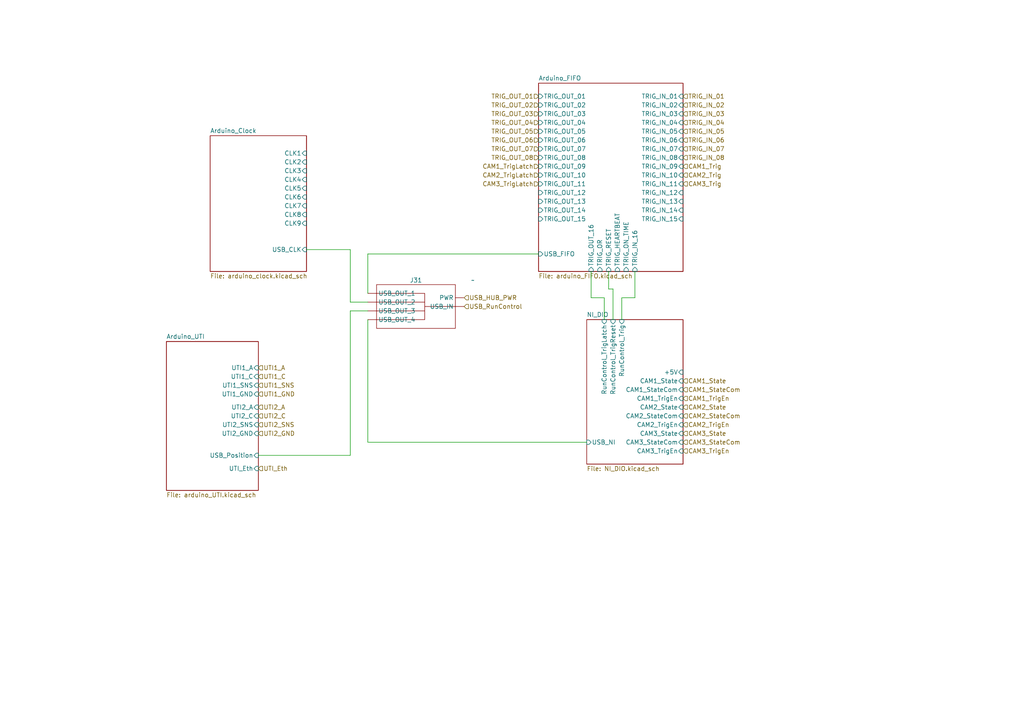
<source format=kicad_sch>
(kicad_sch (version 20230121) (generator eeschema)

  (uuid e220ae35-edb1-41a5-ab9c-3c756fd462dd)

  (paper "A4")

  (lib_symbols
    (symbol "led_driver:USB_Hub" (in_bom yes) (on_board yes)
      (property "Reference" "J" (at 16.51 7.62 0)
        (effects (font (size 1.27 1.27)))
      )
      (property "Value" "" (at 16.51 7.62 0)
        (effects (font (size 1.27 1.27)))
      )
      (property "Footprint" "" (at 16.51 7.62 0)
        (effects (font (size 1.27 1.27)) hide)
      )
      (property "Datasheet" "" (at 16.51 7.62 0)
        (effects (font (size 1.27 1.27)) hide)
      )
      (symbol "USB_Hub_0_1"
        (rectangle (start -11.43 6.35) (end 11.43 -6.35)
          (stroke (width 0) (type default))
          (fill (type none))
        )
        (polyline
          (pts
            (xy -11.43 -1.27)
            (xy 2.54 -1.27)
          )
          (stroke (width 0) (type default))
          (fill (type none))
        )
        (polyline
          (pts
            (xy -11.43 1.27)
            (xy 2.54 1.27)
          )
          (stroke (width 0) (type default))
          (fill (type none))
        )
        (polyline
          (pts
            (xy 11.43 0)
            (xy 2.54 0)
          )
          (stroke (width 0) (type default))
          (fill (type none))
        )
        (polyline
          (pts
            (xy -11.43 -3.81)
            (xy 2.54 -3.81)
            (xy 2.54 3.81)
            (xy -11.43 3.81)
          )
          (stroke (width 0) (type default))
          (fill (type none))
        )
      )
      (symbol "USB_Hub_1_1"
        (pin passive line (at 13.97 2.54 180) (length 2.54)
          (name "PWR" (effects (font (size 1.27 1.27))))
          (number "" (effects (font (size 1.27 1.27))))
        )
        (pin passive line (at 13.97 0 180) (length 2.54)
          (name "USB_IN" (effects (font (size 1.27 1.27))))
          (number "" (effects (font (size 1.27 1.27))))
        )
        (pin passive line (at -13.97 3.81 0) (length 2.54)
          (name "USB_OUT_1" (effects (font (size 1.27 1.27))))
          (number "" (effects (font (size 1.27 1.27))))
        )
        (pin passive line (at -13.97 1.27 0) (length 2.54)
          (name "USB_OUT_2" (effects (font (size 1.27 1.27))))
          (number "" (effects (font (size 1.27 1.27))))
        )
        (pin passive line (at -13.97 -1.27 0) (length 2.54)
          (name "USB_OUT_3" (effects (font (size 1.27 1.27))))
          (number "" (effects (font (size 1.27 1.27))))
        )
        (pin passive line (at -13.97 -3.81 0) (length 2.54)
          (name "USB_OUT_4" (effects (font (size 1.27 1.27))))
          (number "" (effects (font (size 1.27 1.27))))
        )
      )
    )
  )


  (wire (pts (xy 101.6 72.39) (xy 101.6 87.63))
    (stroke (width 0) (type default))
    (uuid 00cd2d37-791d-4877-b30a-5046fe8c54e0)
  )
  (wire (pts (xy 171.45 78.74) (xy 171.45 86.36))
    (stroke (width 0) (type default))
    (uuid 0b7e2682-0ad6-429c-834c-ab0f601f7505)
  )
  (wire (pts (xy 184.15 78.74) (xy 184.15 86.36))
    (stroke (width 0) (type default))
    (uuid 13fcf840-83ce-4fb3-9e59-d2007c6b3064)
  )
  (wire (pts (xy 106.68 128.27) (xy 106.68 92.71))
    (stroke (width 0) (type default))
    (uuid 1726c370-d085-4e72-a030-df96e8df60ee)
  )
  (wire (pts (xy 101.6 87.63) (xy 106.68 87.63))
    (stroke (width 0) (type default))
    (uuid 3b942324-5ecf-47b9-bbe1-78d26e46b516)
  )
  (wire (pts (xy 184.15 86.36) (xy 180.34 86.36))
    (stroke (width 0) (type default))
    (uuid 4b71d733-4f4e-4b0b-8adf-43283613e1d4)
  )
  (wire (pts (xy 88.9 72.39) (xy 101.6 72.39))
    (stroke (width 0) (type default))
    (uuid 70efc82a-a607-4e6e-a247-ee4b0385a9fd)
  )
  (wire (pts (xy 106.68 85.09) (xy 106.68 73.66))
    (stroke (width 0) (type default))
    (uuid 72f2ec0f-fe06-4df0-acf2-8743535caabd)
  )
  (wire (pts (xy 171.45 86.36) (xy 175.26 86.36))
    (stroke (width 0) (type default))
    (uuid 730c5303-4ef1-4d14-ae43-0bd1c79406ec)
  )
  (wire (pts (xy 101.6 90.17) (xy 106.68 90.17))
    (stroke (width 0) (type default))
    (uuid 75fb2118-0624-4cf8-9387-97224a3dd2b3)
  )
  (wire (pts (xy 175.26 86.36) (xy 175.26 92.71))
    (stroke (width 0) (type default))
    (uuid 9e5d6e17-3c6b-4214-8905-e2606cfd8435)
  )
  (wire (pts (xy 106.68 73.66) (xy 156.21 73.66))
    (stroke (width 0) (type default))
    (uuid 9edf1af5-03c0-4f24-9296-be4dcc0731df)
  )
  (wire (pts (xy 180.34 86.36) (xy 180.34 92.71))
    (stroke (width 0) (type default))
    (uuid 9f6a6f61-b017-4b35-9fe8-fa67cc16083d)
  )
  (wire (pts (xy 176.53 78.74) (xy 176.53 83.82))
    (stroke (width 0) (type default))
    (uuid a441a929-0c92-4f49-a348-08589c2f018c)
  )
  (wire (pts (xy 106.68 128.27) (xy 170.18 128.27))
    (stroke (width 0) (type default))
    (uuid ae0ff464-2c36-42a4-bc1c-bed5b3385c09)
  )
  (wire (pts (xy 101.6 132.08) (xy 101.6 90.17))
    (stroke (width 0) (type default))
    (uuid c40ebc3a-1c8d-4076-9c5a-3c3e8c5e268f)
  )
  (wire (pts (xy 177.8 83.82) (xy 176.53 83.82))
    (stroke (width 0) (type default))
    (uuid c5fb4371-f971-4f04-ace5-aa9f266fe80d)
  )
  (wire (pts (xy 74.93 132.08) (xy 101.6 132.08))
    (stroke (width 0) (type default))
    (uuid dfeb40e7-978b-4f73-9d9f-a08e42cc81cc)
  )
  (wire (pts (xy 177.8 92.71) (xy 177.8 83.82))
    (stroke (width 0) (type default))
    (uuid ed2a8160-91e2-4dff-9111-9008486308eb)
  )

  (hierarchical_label "TRIG_IN_01" (shape input) (at 198.12 27.94 0) (fields_autoplaced)
    (effects (font (size 1.27 1.27)) (justify left))
    (uuid 00fb528e-f7a0-450b-9036-dacadb595cd6)
  )
  (hierarchical_label "TRIG_IN_08" (shape input) (at 198.12 45.72 0) (fields_autoplaced)
    (effects (font (size 1.27 1.27)) (justify left))
    (uuid 09ebd452-3f42-4b6f-a5ff-fcb25048eb2c)
  )
  (hierarchical_label "TRIG_IN_02" (shape input) (at 198.12 30.48 0) (fields_autoplaced)
    (effects (font (size 1.27 1.27)) (justify left))
    (uuid 0e2a30c7-83f5-4861-991c-b4580ee87550)
  )
  (hierarchical_label "TRIG_OUT_07" (shape input) (at 156.21 43.18 180) (fields_autoplaced)
    (effects (font (size 1.27 1.27)) (justify right))
    (uuid 15cbf5e7-a70c-40e4-a492-4c2481eb6d04)
  )
  (hierarchical_label "CAM2_TrigEn" (shape input) (at 198.12 123.19 0) (fields_autoplaced)
    (effects (font (size 1.27 1.27)) (justify left))
    (uuid 25d7db7e-c0ae-4133-b36a-ea03f44bed48)
  )
  (hierarchical_label "UTI_Eth" (shape input) (at 74.93 135.89 0) (fields_autoplaced)
    (effects (font (size 1.27 1.27)) (justify left))
    (uuid 29621e29-60d2-42ba-8eb5-9072dfde9611)
  )
  (hierarchical_label "CAM2_Trig" (shape input) (at 198.12 50.8 0) (fields_autoplaced)
    (effects (font (size 1.27 1.27)) (justify left))
    (uuid 2e298754-b674-4377-a5d8-fc0a338502fc)
  )
  (hierarchical_label "CAM1_TrigLatch" (shape input) (at 156.21 48.26 180) (fields_autoplaced)
    (effects (font (size 1.27 1.27)) (justify right))
    (uuid 3443181e-7b4b-4e58-ad85-e32460aa2868)
  )
  (hierarchical_label "TRIG_OUT_03" (shape input) (at 156.21 33.02 180) (fields_autoplaced)
    (effects (font (size 1.27 1.27)) (justify right))
    (uuid 344919f8-13ec-441c-b597-7cad33c0d07d)
  )
  (hierarchical_label "UTI1_A" (shape input) (at 74.93 106.68 0) (fields_autoplaced)
    (effects (font (size 1.27 1.27)) (justify left))
    (uuid 36e3a421-947f-4d1e-8e30-297cdff54795)
  )
  (hierarchical_label "TRIG_IN_07" (shape input) (at 198.12 43.18 0) (fields_autoplaced)
    (effects (font (size 1.27 1.27)) (justify left))
    (uuid 3c689683-e4e0-4acd-adef-3e1377e44b53)
  )
  (hierarchical_label "UTI1_C" (shape input) (at 74.93 109.22 0) (fields_autoplaced)
    (effects (font (size 1.27 1.27)) (justify left))
    (uuid 3d21d7ef-5a14-464d-8d7c-2455e8377698)
  )
  (hierarchical_label "CAM2_TrigLatch" (shape input) (at 156.21 50.8 180) (fields_autoplaced)
    (effects (font (size 1.27 1.27)) (justify right))
    (uuid 425f9c3d-15d2-46e3-9c40-5758eafcc0df)
  )
  (hierarchical_label "TRIG_IN_06" (shape input) (at 198.12 40.64 0) (fields_autoplaced)
    (effects (font (size 1.27 1.27)) (justify left))
    (uuid 4947c930-984e-4773-a763-59d59d0fc8b4)
  )
  (hierarchical_label "TRIG_OUT_04" (shape input) (at 156.21 35.56 180) (fields_autoplaced)
    (effects (font (size 1.27 1.27)) (justify right))
    (uuid 49dde4f1-a8bd-46db-9b32-b4862d477551)
  )
  (hierarchical_label "CAM1_TrigEn" (shape input) (at 198.12 115.57 0) (fields_autoplaced)
    (effects (font (size 1.27 1.27)) (justify left))
    (uuid 4c040152-bc10-44a9-9641-e3e94852f75a)
  )
  (hierarchical_label "CAM3_State" (shape input) (at 198.12 125.73 0) (fields_autoplaced)
    (effects (font (size 1.27 1.27)) (justify left))
    (uuid 4e7a8c84-f7de-4532-a26c-d4aa7c9f3756)
  )
  (hierarchical_label "UTI2_SNS" (shape input) (at 74.93 123.19 0) (fields_autoplaced)
    (effects (font (size 1.27 1.27)) (justify left))
    (uuid 5364d8f4-f6d2-48d6-b64c-d07166657280)
  )
  (hierarchical_label "CAM1_StateCom" (shape input) (at 198.12 113.03 0) (fields_autoplaced)
    (effects (font (size 1.27 1.27)) (justify left))
    (uuid 57aa9620-e679-4c14-ac61-c055e947923e)
  )
  (hierarchical_label "UTI1_GND" (shape input) (at 74.93 114.3 0) (fields_autoplaced)
    (effects (font (size 1.27 1.27)) (justify left))
    (uuid 59a3d9c6-3205-4ea1-95b4-27e88885f092)
  )
  (hierarchical_label "USB_HUB_PWR" (shape input) (at 134.62 86.36 0) (fields_autoplaced)
    (effects (font (size 1.27 1.27)) (justify left))
    (uuid 5ae426ce-eaec-455d-af61-9235b54167f6)
  )
  (hierarchical_label "TRIG_OUT_01" (shape input) (at 156.21 27.94 180) (fields_autoplaced)
    (effects (font (size 1.27 1.27)) (justify right))
    (uuid 5dfe4835-2512-47aa-b893-2d8f6d8e9a51)
  )
  (hierarchical_label "TRIG_OUT_05" (shape input) (at 156.21 38.1 180) (fields_autoplaced)
    (effects (font (size 1.27 1.27)) (justify right))
    (uuid 60b02aa9-83fb-4ca7-bcd6-b7835871636c)
  )
  (hierarchical_label "CAM3_TrigEn" (shape input) (at 198.12 130.81 0) (fields_autoplaced)
    (effects (font (size 1.27 1.27)) (justify left))
    (uuid 658ab236-dc76-4019-bcc3-0bd9653b9991)
  )
  (hierarchical_label "UTI1_SNS" (shape input) (at 74.93 111.76 0) (fields_autoplaced)
    (effects (font (size 1.27 1.27)) (justify left))
    (uuid 67665ab8-bb3e-46fb-9050-18642acbd232)
  )
  (hierarchical_label "TRIG_OUT_08" (shape input) (at 156.21 45.72 180) (fields_autoplaced)
    (effects (font (size 1.27 1.27)) (justify right))
    (uuid 6a557c2c-ca24-4098-8305-fe75719770a4)
  )
  (hierarchical_label "UTI2_C" (shape input) (at 74.93 120.65 0) (fields_autoplaced)
    (effects (font (size 1.27 1.27)) (justify left))
    (uuid 6bae47e4-e5c8-49eb-8b7c-7d4a6b20e9c8)
  )
  (hierarchical_label "CAM3_StateCom" (shape input) (at 198.12 128.27 0) (fields_autoplaced)
    (effects (font (size 1.27 1.27)) (justify left))
    (uuid 786de15f-dbbe-4699-aed8-596be44844b5)
  )
  (hierarchical_label "TRIG_OUT_06" (shape input) (at 156.21 40.64 180) (fields_autoplaced)
    (effects (font (size 1.27 1.27)) (justify right))
    (uuid 7aa64960-604d-4aac-8b18-45fca09c1ade)
  )
  (hierarchical_label "CAM3_TrigLatch" (shape input) (at 156.21 53.34 180) (fields_autoplaced)
    (effects (font (size 1.27 1.27)) (justify right))
    (uuid 7ba211eb-28d5-470b-b174-3be079163841)
  )
  (hierarchical_label "UTI2_A" (shape input) (at 74.93 118.11 0) (fields_autoplaced)
    (effects (font (size 1.27 1.27)) (justify left))
    (uuid 7c64eeae-7854-4854-ab9b-4689650c6fac)
  )
  (hierarchical_label "CAM1_Trig" (shape input) (at 198.12 48.26 0) (fields_autoplaced)
    (effects (font (size 1.27 1.27)) (justify left))
    (uuid 847eff32-0728-4736-a113-02c75636a37c)
  )
  (hierarchical_label "UTI2_GND" (shape input) (at 74.93 125.73 0) (fields_autoplaced)
    (effects (font (size 1.27 1.27)) (justify left))
    (uuid 852a4956-fae4-4c5e-8975-55e1448f2943)
  )
  (hierarchical_label "CAM1_State" (shape input) (at 198.12 110.49 0) (fields_autoplaced)
    (effects (font (size 1.27 1.27)) (justify left))
    (uuid 88b3cc4b-6d8c-4674-9695-b9bb6bf09ee8)
  )
  (hierarchical_label "CAM2_State" (shape input) (at 198.12 118.11 0) (fields_autoplaced)
    (effects (font (size 1.27 1.27)) (justify left))
    (uuid 9005b2de-3ac1-4053-b2c7-b8028d485adc)
  )
  (hierarchical_label "USB_RunControl" (shape input) (at 134.62 88.9 0) (fields_autoplaced)
    (effects (font (size 1.27 1.27)) (justify left))
    (uuid a35ac141-aba1-46ac-8f5e-8491329a7b0e)
  )
  (hierarchical_label "TRIG_IN_05" (shape input) (at 198.12 38.1 0) (fields_autoplaced)
    (effects (font (size 1.27 1.27)) (justify left))
    (uuid cce75411-79dd-45e3-b235-88c84e1ab870)
  )
  (hierarchical_label "TRIG_IN_04" (shape input) (at 198.12 35.56 0) (fields_autoplaced)
    (effects (font (size 1.27 1.27)) (justify left))
    (uuid d49e6210-be50-46ec-a46a-58e0b055ba21)
  )
  (hierarchical_label "TRIG_IN_03" (shape input) (at 198.12 33.02 0) (fields_autoplaced)
    (effects (font (size 1.27 1.27)) (justify left))
    (uuid df8b5af2-24d6-4a13-a1c1-858f94f463d2)
  )
  (hierarchical_label "CAM3_Trig" (shape input) (at 198.12 53.34 0) (fields_autoplaced)
    (effects (font (size 1.27 1.27)) (justify left))
    (uuid e14adcd9-7ec5-4372-a238-207bcb3c1840)
  )
  (hierarchical_label "TRIG_OUT_02" (shape input) (at 156.21 30.48 180) (fields_autoplaced)
    (effects (font (size 1.27 1.27)) (justify right))
    (uuid f342ca16-c1bc-4a68-8070-3f0b8f37358d)
  )
  (hierarchical_label "CAM2_StateCom" (shape input) (at 198.12 120.65 0) (fields_autoplaced)
    (effects (font (size 1.27 1.27)) (justify left))
    (uuid fc4a3995-ef99-486b-9d25-7f80ff20a0f6)
  )

  (symbol (lib_id "led_driver:USB_Hub") (at 120.65 88.9 0) (unit 1)
    (in_bom yes) (on_board yes) (dnp no) (fields_autoplaced)
    (uuid 9369bf32-2ff2-43ff-bd54-72fed40cbf32)
    (property "Reference" "J31" (at 120.65 81.28 0)
      (effects (font (size 1.27 1.27)))
    )
    (property "Value" "~" (at 137.16 81.28 0)
      (effects (font (size 1.27 1.27)))
    )
    (property "Footprint" "" (at 137.16 81.28 0)
      (effects (font (size 1.27 1.27)) hide)
    )
    (property "Datasheet" "" (at 137.16 81.28 0)
      (effects (font (size 1.27 1.27)) hide)
    )
    (pin "" (uuid 20b94fd1-b7d4-4672-a80d-076b93494ff7))
    (pin "" (uuid 20b94fd1-b7d4-4672-a80d-076b93494ff7))
    (pin "" (uuid 20b94fd1-b7d4-4672-a80d-076b93494ff7))
    (pin "" (uuid 20b94fd1-b7d4-4672-a80d-076b93494ff7))
    (pin "" (uuid 20b94fd1-b7d4-4672-a80d-076b93494ff7))
    (pin "" (uuid 20b94fd1-b7d4-4672-a80d-076b93494ff7))
    (instances
      (project "dio_box"
        (path "/617a7c5d-26e4-40f1-8dc6-da0df3aa4d83"
          (reference "J31") (unit 1)
        )
        (path "/617a7c5d-26e4-40f1-8dc6-da0df3aa4d83/50f918ff-c84c-4fba-873b-ccd9af4e0432"
          (reference "J31") (unit 1)
        )
      )
    )
  )

  (sheet (at 48.26 99.06) (size 26.67 43.18) (fields_autoplaced)
    (stroke (width 0.1524) (type solid))
    (fill (color 0 0 0 0.0000))
    (uuid 4c19e3f0-5ed0-487f-8607-5d1d4990b2d3)
    (property "Sheetname" "Arduino_UTI" (at 48.26 98.3484 0)
      (effects (font (size 1.27 1.27)) (justify left bottom))
    )
    (property "Sheetfile" "arduino_UTI.kicad_sch" (at 48.26 142.8246 0)
      (effects (font (size 1.27 1.27)) (justify left top))
    )
    (pin "USB_Position" input (at 74.93 132.08 0)
      (effects (font (size 1.27 1.27)) (justify right))
      (uuid 9626196d-c974-43b8-bcdf-2499fa6b8846)
    )
    (pin "UTI1_SNS" input (at 74.93 111.76 0)
      (effects (font (size 1.27 1.27)) (justify right))
      (uuid 2fba8afe-7077-46c4-b1d2-93e1310f6337)
    )
    (pin "UTI2_C" input (at 74.93 120.65 0)
      (effects (font (size 1.27 1.27)) (justify right))
      (uuid 6c83d62d-3e26-41d3-8cbe-0c8ced2a43ab)
    )
    (pin "UTI2_GND" input (at 74.93 125.73 0)
      (effects (font (size 1.27 1.27)) (justify right))
      (uuid 0ae94724-42e5-46ea-85fd-2b2dda49fb4a)
    )
    (pin "UTI1_GND" input (at 74.93 114.3 0)
      (effects (font (size 1.27 1.27)) (justify right))
      (uuid be2da3fd-ce13-4483-8e84-54cccd22390e)
    )
    (pin "UTI2_A" input (at 74.93 118.11 0)
      (effects (font (size 1.27 1.27)) (justify right))
      (uuid 5f19e2be-ffc5-4129-af44-5afc2d06b5d7)
    )
    (pin "UTI2_SNS" input (at 74.93 123.19 0)
      (effects (font (size 1.27 1.27)) (justify right))
      (uuid ea576bda-b35c-4f04-a784-73c186006629)
    )
    (pin "UTI1_C" input (at 74.93 109.22 0)
      (effects (font (size 1.27 1.27)) (justify right))
      (uuid 5cf7947f-9d32-43f9-9de8-b43629456fab)
    )
    (pin "UTI1_A" input (at 74.93 106.68 0)
      (effects (font (size 1.27 1.27)) (justify right))
      (uuid c1d3612d-b6bf-4659-9231-83bd867d046d)
    )
    (pin "UTI_Eth" input (at 74.93 135.89 0)
      (effects (font (size 1.27 1.27)) (justify right))
      (uuid 56a56911-9e62-49b2-a2cd-39722f70fb13)
    )
    (instances
      (project "dio_box"
        (path "/617a7c5d-26e4-40f1-8dc6-da0df3aa4d83/50f918ff-c84c-4fba-873b-ccd9af4e0432" (page "8"))
      )
    )
  )

  (sheet (at 156.21 24.13) (size 41.91 54.61) (fields_autoplaced)
    (stroke (width 0.1524) (type solid))
    (fill (color 0 0 0 0.0000))
    (uuid 6db766a3-5974-447c-a6b3-d7ca23d3084c)
    (property "Sheetname" "Arduino_FIFO" (at 156.21 23.4184 0)
      (effects (font (size 1.27 1.27)) (justify left bottom))
    )
    (property "Sheetfile" "arduino_FIFO.kicad_sch" (at 156.21 79.3246 0)
      (effects (font (size 1.27 1.27)) (justify left top))
    )
    (pin "TRIG_IN_02" input (at 198.12 30.48 0)
      (effects (font (size 1.27 1.27)) (justify right))
      (uuid dcfc9559-be80-4923-86b2-b5264a8116c7)
    )
    (pin "TRIG_IN_04" input (at 198.12 35.56 0)
      (effects (font (size 1.27 1.27)) (justify right))
      (uuid 66a47073-7f01-41a0-8f0f-a1072e4cdd46)
    )
    (pin "TRIG_IN_01" input (at 198.12 27.94 0)
      (effects (font (size 1.27 1.27)) (justify right))
      (uuid d641a89a-adce-48e2-8f08-9f9fefd61318)
    )
    (pin "TRIG_IN_03" input (at 198.12 33.02 0)
      (effects (font (size 1.27 1.27)) (justify right))
      (uuid 3556774f-5aef-4c7e-9eb2-4468de76f912)
    )
    (pin "TRIG_IN_05" input (at 198.12 38.1 0)
      (effects (font (size 1.27 1.27)) (justify right))
      (uuid c6114b5f-7725-4467-b401-7cc7d0f48928)
    )
    (pin "TRIG_IN_12" input (at 198.12 55.88 0)
      (effects (font (size 1.27 1.27)) (justify right))
      (uuid d4ab59b9-699c-417a-ad91-7fcdf0f4bd71)
    )
    (pin "TRIG_IN_13" input (at 198.12 58.42 0)
      (effects (font (size 1.27 1.27)) (justify right))
      (uuid 41d3a2e1-0470-45e0-9ee4-03c8c4211a18)
    )
    (pin "TRIG_IN_10" input (at 198.12 50.8 0)
      (effects (font (size 1.27 1.27)) (justify right))
      (uuid 0eb01263-47d7-4749-b409-b2361b40435f)
    )
    (pin "TRIG_IN_11" input (at 198.12 53.34 0)
      (effects (font (size 1.27 1.27)) (justify right))
      (uuid ca15807b-9a61-43c0-ac46-56bbe0348362)
    )
    (pin "TRIG_IN_07" input (at 198.12 43.18 0)
      (effects (font (size 1.27 1.27)) (justify right))
      (uuid aa1f5130-0047-45c8-b335-b6586e481c3e)
    )
    (pin "TRIG_IN_09" input (at 198.12 48.26 0)
      (effects (font (size 1.27 1.27)) (justify right))
      (uuid ff2fd948-a886-4ae1-b557-3842912904a3)
    )
    (pin "TRIG_IN_08" input (at 198.12 45.72 0)
      (effects (font (size 1.27 1.27)) (justify right))
      (uuid 4b638d4e-e159-44b5-bf78-a00d0ee74c38)
    )
    (pin "TRIG_IN_06" input (at 198.12 40.64 0)
      (effects (font (size 1.27 1.27)) (justify right))
      (uuid 306c921a-8723-4805-adf0-42244cc744ed)
    )
    (pin "TRIG_HEARTBEAT" input (at 179.07 78.74 270)
      (effects (font (size 1.27 1.27)) (justify left))
      (uuid 3b7b57a6-63e9-4e22-ab05-bdc876803181)
    )
    (pin "TRIG_ON_TIME" input (at 181.61 78.74 270)
      (effects (font (size 1.27 1.27)) (justify left))
      (uuid 0de486bc-fd04-48d6-aea3-dcf406c574d5)
    )
    (pin "TRIG_RESET" input (at 176.53 78.74 270)
      (effects (font (size 1.27 1.27)) (justify left))
      (uuid 34a2706d-8472-491a-a6f4-d9168b90fab4)
    )
    (pin "TRIG_OR" input (at 173.99 78.74 270)
      (effects (font (size 1.27 1.27)) (justify left))
      (uuid 8b62f2fd-3138-4e60-9eac-7df8eca64b74)
    )
    (pin "TRIG_IN_16" input (at 184.15 78.74 270)
      (effects (font (size 1.27 1.27)) (justify left))
      (uuid b22057d7-2812-41fc-8439-74471a3c75fc)
    )
    (pin "TRIG_IN_14" input (at 198.12 60.96 0)
      (effects (font (size 1.27 1.27)) (justify right))
      (uuid 2ada077c-a337-4aa8-a202-b8b527b1769e)
    )
    (pin "TRIG_IN_15" input (at 198.12 63.5 0)
      (effects (font (size 1.27 1.27)) (justify right))
      (uuid 836aaac2-f3cc-4b82-abdf-7215397329fd)
    )
    (pin "TRIG_OUT_01" input (at 156.21 27.94 180)
      (effects (font (size 1.27 1.27)) (justify left))
      (uuid 715acf8d-16e1-449e-93b6-4d691f94125a)
    )
    (pin "TRIG_OUT_03" input (at 156.21 33.02 180)
      (effects (font (size 1.27 1.27)) (justify left))
      (uuid c65c2f72-bd7b-4b0a-ba96-9bf37cd74741)
    )
    (pin "TRIG_OUT_04" input (at 156.21 35.56 180)
      (effects (font (size 1.27 1.27)) (justify left))
      (uuid 2519769e-dc10-4b5d-a331-a5e01e17472d)
    )
    (pin "USB_FIFO" input (at 156.21 73.66 180)
      (effects (font (size 1.27 1.27)) (justify left))
      (uuid 2d522574-8c2c-4bc8-84f2-dba6932c4d91)
    )
    (pin "TRIG_OUT_02" input (at 156.21 30.48 180)
      (effects (font (size 1.27 1.27)) (justify left))
      (uuid eccad009-89c4-43de-ae13-4405e20cc787)
    )
    (pin "TRIG_OUT_15" input (at 156.21 63.5 180)
      (effects (font (size 1.27 1.27)) (justify left))
      (uuid 800ef285-8b68-4e44-b697-ff3536d45c6a)
    )
    (pin "TRIG_OUT_12" input (at 156.21 55.88 180)
      (effects (font (size 1.27 1.27)) (justify left))
      (uuid 7f29ef72-657e-48e5-bcdf-1c15f6e6670d)
    )
    (pin "TRIG_OUT_13" input (at 156.21 58.42 180)
      (effects (font (size 1.27 1.27)) (justify left))
      (uuid 64287a9b-abb1-4ad7-8042-bba194d5f8c5)
    )
    (pin "TRIG_OUT_16" input (at 171.45 78.74 270)
      (effects (font (size 1.27 1.27)) (justify left))
      (uuid b1bbd271-ac5f-4db0-b610-ec31239b7dd2)
    )
    (pin "TRIG_OUT_14" input (at 156.21 60.96 180)
      (effects (font (size 1.27 1.27)) (justify left))
      (uuid f1ac60c2-0cda-4334-b5b9-46257eac80f1)
    )
    (pin "TRIG_OUT_10" input (at 156.21 50.8 180)
      (effects (font (size 1.27 1.27)) (justify left))
      (uuid 8985c958-3af8-4c5e-b6e0-b9dfe691e228)
    )
    (pin "TRIG_OUT_11" input (at 156.21 53.34 180)
      (effects (font (size 1.27 1.27)) (justify left))
      (uuid 1cb0bfaf-e96e-4fd3-9b8b-3c8618333138)
    )
    (pin "TRIG_OUT_06" input (at 156.21 40.64 180)
      (effects (font (size 1.27 1.27)) (justify left))
      (uuid 65d1ef60-9698-4037-ac49-183f537efbf8)
    )
    (pin "TRIG_OUT_09" input (at 156.21 48.26 180)
      (effects (font (size 1.27 1.27)) (justify left))
      (uuid 0875a370-7e40-4af8-b4cf-c7e2e77a878e)
    )
    (pin "TRIG_OUT_05" input (at 156.21 38.1 180)
      (effects (font (size 1.27 1.27)) (justify left))
      (uuid f3cc0d90-d927-4620-bab1-6dad80c0c551)
    )
    (pin "TRIG_OUT_08" input (at 156.21 45.72 180)
      (effects (font (size 1.27 1.27)) (justify left))
      (uuid af16024a-94f7-4173-86e0-54ae2b50a2cd)
    )
    (pin "TRIG_OUT_07" input (at 156.21 43.18 180)
      (effects (font (size 1.27 1.27)) (justify left))
      (uuid d585baec-ed42-4fc2-9e7a-f7637686c1c0)
    )
    (instances
      (project "dio_box"
        (path "/617a7c5d-26e4-40f1-8dc6-da0df3aa4d83/50f918ff-c84c-4fba-873b-ccd9af4e0432" (page "7"))
      )
    )
  )

  (sheet (at 170.18 92.71) (size 27.94 41.91) (fields_autoplaced)
    (stroke (width 0.1524) (type solid))
    (fill (color 0 0 0 0.0000))
    (uuid e0b62f1f-21d7-4c09-a3ee-3dfddefd168b)
    (property "Sheetname" "NI_DIO" (at 170.18 91.9984 0)
      (effects (font (size 1.27 1.27)) (justify left bottom))
    )
    (property "Sheetfile" "NI_DIO.kicad_sch" (at 170.18 135.2046 0)
      (effects (font (size 1.27 1.27)) (justify left top))
    )
    (pin "CAM2_StateCom" input (at 198.12 120.65 0)
      (effects (font (size 1.27 1.27)) (justify right))
      (uuid 7ebbcfc1-f28b-4307-a927-257a4f82316c)
    )
    (pin "CAM2_State" input (at 198.12 118.11 0)
      (effects (font (size 1.27 1.27)) (justify right))
      (uuid 2051b9e4-6a1f-412f-85e2-ec24013d07d1)
    )
    (pin "CAM3_StateCom" input (at 198.12 128.27 0)
      (effects (font (size 1.27 1.27)) (justify right))
      (uuid e98bf79c-d3a3-4709-92f4-1bfb36c59331)
    )
    (pin "CAM2_TrigEn" input (at 198.12 123.19 0)
      (effects (font (size 1.27 1.27)) (justify right))
      (uuid b976d6d1-43af-47cd-b939-6f6ca3345a80)
    )
    (pin "CAM3_State" input (at 198.12 125.73 0)
      (effects (font (size 1.27 1.27)) (justify right))
      (uuid 6acec631-b916-415f-acfa-18139ee40642)
    )
    (pin "CAM3_TrigEn" input (at 198.12 130.81 0)
      (effects (font (size 1.27 1.27)) (justify right))
      (uuid 2f15039b-07b9-4cd0-bc0c-80a21ef7d624)
    )
    (pin "RunControl_TrigLatch" input (at 175.26 92.71 90)
      (effects (font (size 1.27 1.27)) (justify right))
      (uuid bd31024a-4d37-43e8-ab3c-ba6757a71cd8)
    )
    (pin "RunControl_TrigReset" input (at 177.8 92.71 90)
      (effects (font (size 1.27 1.27)) (justify right))
      (uuid b10e6078-54bf-4ac6-b27f-a00a17b2cde4)
    )
    (pin "USB_NI" input (at 170.18 128.27 180)
      (effects (font (size 1.27 1.27)) (justify left))
      (uuid 3f3defd3-2c39-47e5-ac6a-f8b6e14507d6)
    )
    (pin "CAM1_TrigEn" input (at 198.12 115.57 0)
      (effects (font (size 1.27 1.27)) (justify right))
      (uuid f7c7f3d1-30bc-4e81-9fd8-f9d4d704ac95)
    )
    (pin "CAM1_StateCom" input (at 198.12 113.03 0)
      (effects (font (size 1.27 1.27)) (justify right))
      (uuid b03a8222-2cfd-4592-ba80-d0fe9956854d)
    )
    (pin "CAM1_State" input (at 198.12 110.49 0)
      (effects (font (size 1.27 1.27)) (justify right))
      (uuid bdb16c12-eb10-400e-955c-356fd76fc8c9)
    )
    (pin "RunControl_Trig" input (at 180.34 92.71 90)
      (effects (font (size 1.27 1.27)) (justify right))
      (uuid e30b7d3a-c30e-4ffc-8ffc-d5ecc5fb70ab)
    )
    (pin "+5V" input (at 198.12 107.95 0)
      (effects (font (size 1.27 1.27)) (justify right))
      (uuid e8a657d3-559e-4497-9bcd-27cbbbe11818)
    )
    (instances
      (project "dio_box"
        (path "/617a7c5d-26e4-40f1-8dc6-da0df3aa4d83/50f918ff-c84c-4fba-873b-ccd9af4e0432" (page "9"))
      )
    )
  )

  (sheet (at 60.96 39.37) (size 27.94 39.37) (fields_autoplaced)
    (stroke (width 0.1524) (type solid))
    (fill (color 0 0 0 0.0000))
    (uuid fd3ed41c-ab55-4547-bb67-0ad0e52345ac)
    (property "Sheetname" "Arduino_Clock" (at 60.96 38.6584 0)
      (effects (font (size 1.27 1.27)) (justify left bottom))
    )
    (property "Sheetfile" "arduino_clock.kicad_sch" (at 60.96 79.3246 0)
      (effects (font (size 1.27 1.27)) (justify left top))
    )
    (pin "CLK1" input (at 88.9 44.45 0)
      (effects (font (size 1.27 1.27)) (justify right))
      (uuid 4f8962a1-e2ab-4033-8fb9-fb77f57d8b90)
    )
    (pin "CLK8" input (at 88.9 62.23 0)
      (effects (font (size 1.27 1.27)) (justify right))
      (uuid 9cf04397-17a3-4298-b8a5-21c7932b0504)
    )
    (pin "CLK9" input (at 88.9 64.77 0)
      (effects (font (size 1.27 1.27)) (justify right))
      (uuid 3cb4b34a-8809-4ec7-bd82-3a34a33a06ca)
    )
    (pin "CLK3" input (at 88.9 49.53 0)
      (effects (font (size 1.27 1.27)) (justify right))
      (uuid ed0e670e-79b7-41f3-bc51-196bc4ca1535)
    )
    (pin "CLK7" input (at 88.9 59.69 0)
      (effects (font (size 1.27 1.27)) (justify right))
      (uuid ea875d24-7018-417f-8790-f2e19f353f9a)
    )
    (pin "CLK2" input (at 88.9 46.99 0)
      (effects (font (size 1.27 1.27)) (justify right))
      (uuid e237cf39-14c7-48a0-a2f2-561cb9a7c4be)
    )
    (pin "CLK6" input (at 88.9 57.15 0)
      (effects (font (size 1.27 1.27)) (justify right))
      (uuid a37a7495-1f1f-4784-87ae-49ebc9fd409f)
    )
    (pin "CLK5" input (at 88.9 54.61 0)
      (effects (font (size 1.27 1.27)) (justify right))
      (uuid cb8af16f-9f2c-47e9-bd8a-8b2fe562c8ae)
    )
    (pin "CLK4" input (at 88.9 52.07 0)
      (effects (font (size 1.27 1.27)) (justify right))
      (uuid d3c0fa15-7d27-4ea3-8cf2-2c9e6322fa68)
    )
    (pin "USB_CLK" input (at 88.9 72.39 0)
      (effects (font (size 1.27 1.27)) (justify right))
      (uuid 420358f0-91e1-4490-9483-6cdbf400b60f)
    )
    (instances
      (project "dio_box"
        (path "/617a7c5d-26e4-40f1-8dc6-da0df3aa4d83/50f918ff-c84c-4fba-873b-ccd9af4e0432" (page "6"))
      )
    )
  )
)

</source>
